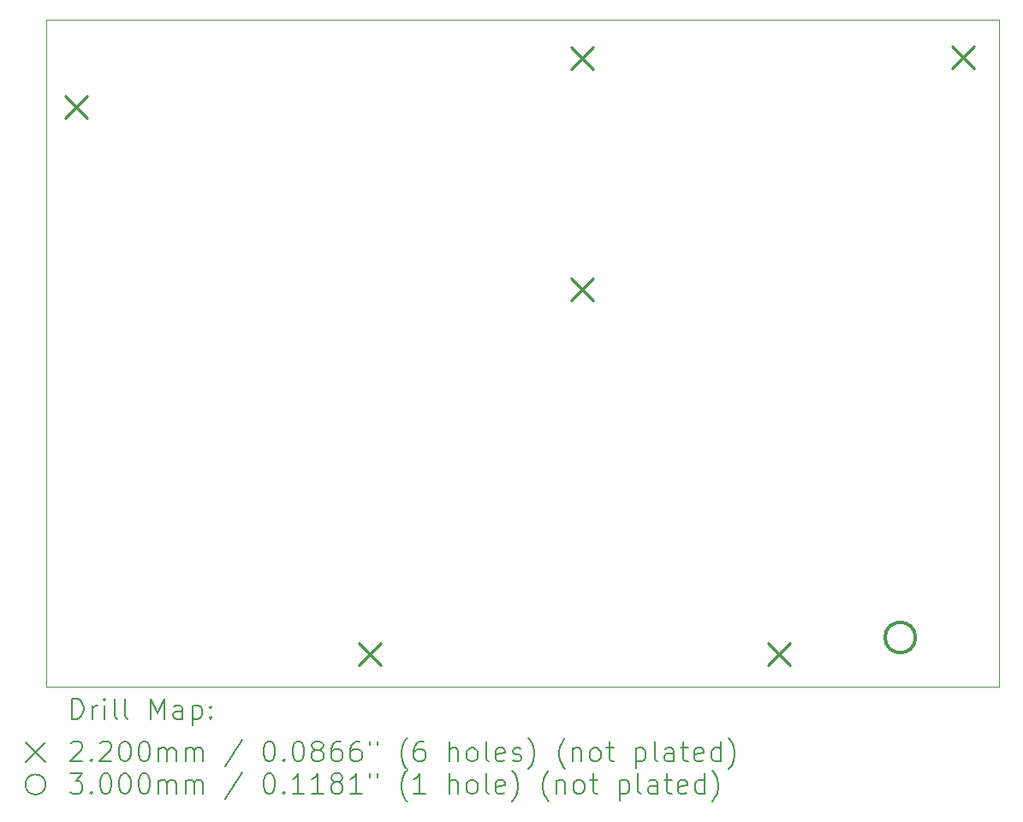
<source format=gbr>
%TF.GenerationSoftware,KiCad,Pcbnew,9.0.3*%
%TF.CreationDate,2025-08-01T16:51:28-05:00*%
%TF.ProjectId,Lab_Sensor_V2,4c61625f-5365-46e7-936f-725f56322e6b,rev?*%
%TF.SameCoordinates,Original*%
%TF.FileFunction,Drillmap*%
%TF.FilePolarity,Positive*%
%FSLAX45Y45*%
G04 Gerber Fmt 4.5, Leading zero omitted, Abs format (unit mm)*
G04 Created by KiCad (PCBNEW 9.0.3) date 2025-08-01 16:51:28*
%MOMM*%
%LPD*%
G01*
G04 APERTURE LIST*
%ADD10C,0.050000*%
%ADD11C,0.200000*%
%ADD12C,0.220000*%
%ADD13C,0.300000*%
G04 APERTURE END LIST*
D10*
X7500000Y-4650000D02*
X16925000Y-4650000D01*
X16925000Y-11250000D01*
X7500000Y-11250000D01*
X7500000Y-4650000D01*
D11*
D12*
X7690000Y-5403600D02*
X7910000Y-5623600D01*
X7910000Y-5403600D02*
X7690000Y-5623600D01*
X10590000Y-10815000D02*
X10810000Y-11035000D01*
X10810000Y-10815000D02*
X10590000Y-11035000D01*
X12693800Y-4921000D02*
X12913800Y-5141000D01*
X12913800Y-4921000D02*
X12693800Y-5141000D01*
X12693800Y-7207000D02*
X12913800Y-7427000D01*
X12913800Y-7207000D02*
X12693800Y-7427000D01*
X14640000Y-10815000D02*
X14860000Y-11035000D01*
X14860000Y-10815000D02*
X14640000Y-11035000D01*
X16465000Y-4915000D02*
X16685000Y-5135000D01*
X16685000Y-4915000D02*
X16465000Y-5135000D01*
D13*
X16100000Y-10759250D02*
G75*
G02*
X15800000Y-10759250I-150000J0D01*
G01*
X15800000Y-10759250D02*
G75*
G02*
X16100000Y-10759250I150000J0D01*
G01*
D11*
X7758277Y-11563984D02*
X7758277Y-11363984D01*
X7758277Y-11363984D02*
X7805896Y-11363984D01*
X7805896Y-11363984D02*
X7834467Y-11373508D01*
X7834467Y-11373508D02*
X7853515Y-11392555D01*
X7853515Y-11392555D02*
X7863039Y-11411603D01*
X7863039Y-11411603D02*
X7872562Y-11449698D01*
X7872562Y-11449698D02*
X7872562Y-11478269D01*
X7872562Y-11478269D02*
X7863039Y-11516365D01*
X7863039Y-11516365D02*
X7853515Y-11535412D01*
X7853515Y-11535412D02*
X7834467Y-11554460D01*
X7834467Y-11554460D02*
X7805896Y-11563984D01*
X7805896Y-11563984D02*
X7758277Y-11563984D01*
X7958277Y-11563984D02*
X7958277Y-11430650D01*
X7958277Y-11468746D02*
X7967801Y-11449698D01*
X7967801Y-11449698D02*
X7977324Y-11440174D01*
X7977324Y-11440174D02*
X7996372Y-11430650D01*
X7996372Y-11430650D02*
X8015420Y-11430650D01*
X8082086Y-11563984D02*
X8082086Y-11430650D01*
X8082086Y-11363984D02*
X8072562Y-11373508D01*
X8072562Y-11373508D02*
X8082086Y-11383031D01*
X8082086Y-11383031D02*
X8091610Y-11373508D01*
X8091610Y-11373508D02*
X8082086Y-11363984D01*
X8082086Y-11363984D02*
X8082086Y-11383031D01*
X8205896Y-11563984D02*
X8186848Y-11554460D01*
X8186848Y-11554460D02*
X8177324Y-11535412D01*
X8177324Y-11535412D02*
X8177324Y-11363984D01*
X8310658Y-11563984D02*
X8291610Y-11554460D01*
X8291610Y-11554460D02*
X8282086Y-11535412D01*
X8282086Y-11535412D02*
X8282086Y-11363984D01*
X8539229Y-11563984D02*
X8539229Y-11363984D01*
X8539229Y-11363984D02*
X8605896Y-11506841D01*
X8605896Y-11506841D02*
X8672563Y-11363984D01*
X8672563Y-11363984D02*
X8672563Y-11563984D01*
X8853515Y-11563984D02*
X8853515Y-11459222D01*
X8853515Y-11459222D02*
X8843991Y-11440174D01*
X8843991Y-11440174D02*
X8824944Y-11430650D01*
X8824944Y-11430650D02*
X8786848Y-11430650D01*
X8786848Y-11430650D02*
X8767801Y-11440174D01*
X8853515Y-11554460D02*
X8834467Y-11563984D01*
X8834467Y-11563984D02*
X8786848Y-11563984D01*
X8786848Y-11563984D02*
X8767801Y-11554460D01*
X8767801Y-11554460D02*
X8758277Y-11535412D01*
X8758277Y-11535412D02*
X8758277Y-11516365D01*
X8758277Y-11516365D02*
X8767801Y-11497317D01*
X8767801Y-11497317D02*
X8786848Y-11487793D01*
X8786848Y-11487793D02*
X8834467Y-11487793D01*
X8834467Y-11487793D02*
X8853515Y-11478269D01*
X8948753Y-11430650D02*
X8948753Y-11630650D01*
X8948753Y-11440174D02*
X8967801Y-11430650D01*
X8967801Y-11430650D02*
X9005896Y-11430650D01*
X9005896Y-11430650D02*
X9024944Y-11440174D01*
X9024944Y-11440174D02*
X9034467Y-11449698D01*
X9034467Y-11449698D02*
X9043991Y-11468746D01*
X9043991Y-11468746D02*
X9043991Y-11525888D01*
X9043991Y-11525888D02*
X9034467Y-11544936D01*
X9034467Y-11544936D02*
X9024944Y-11554460D01*
X9024944Y-11554460D02*
X9005896Y-11563984D01*
X9005896Y-11563984D02*
X8967801Y-11563984D01*
X8967801Y-11563984D02*
X8948753Y-11554460D01*
X9129705Y-11544936D02*
X9139229Y-11554460D01*
X9139229Y-11554460D02*
X9129705Y-11563984D01*
X9129705Y-11563984D02*
X9120182Y-11554460D01*
X9120182Y-11554460D02*
X9129705Y-11544936D01*
X9129705Y-11544936D02*
X9129705Y-11563984D01*
X9129705Y-11440174D02*
X9139229Y-11449698D01*
X9139229Y-11449698D02*
X9129705Y-11459222D01*
X9129705Y-11459222D02*
X9120182Y-11449698D01*
X9120182Y-11449698D02*
X9129705Y-11440174D01*
X9129705Y-11440174D02*
X9129705Y-11459222D01*
X7297500Y-11792500D02*
X7497500Y-11992500D01*
X7497500Y-11792500D02*
X7297500Y-11992500D01*
X7748753Y-11803031D02*
X7758277Y-11793508D01*
X7758277Y-11793508D02*
X7777324Y-11783984D01*
X7777324Y-11783984D02*
X7824943Y-11783984D01*
X7824943Y-11783984D02*
X7843991Y-11793508D01*
X7843991Y-11793508D02*
X7853515Y-11803031D01*
X7853515Y-11803031D02*
X7863039Y-11822079D01*
X7863039Y-11822079D02*
X7863039Y-11841127D01*
X7863039Y-11841127D02*
X7853515Y-11869698D01*
X7853515Y-11869698D02*
X7739229Y-11983984D01*
X7739229Y-11983984D02*
X7863039Y-11983984D01*
X7948753Y-11964936D02*
X7958277Y-11974460D01*
X7958277Y-11974460D02*
X7948753Y-11983984D01*
X7948753Y-11983984D02*
X7939229Y-11974460D01*
X7939229Y-11974460D02*
X7948753Y-11964936D01*
X7948753Y-11964936D02*
X7948753Y-11983984D01*
X8034467Y-11803031D02*
X8043991Y-11793508D01*
X8043991Y-11793508D02*
X8063039Y-11783984D01*
X8063039Y-11783984D02*
X8110658Y-11783984D01*
X8110658Y-11783984D02*
X8129705Y-11793508D01*
X8129705Y-11793508D02*
X8139229Y-11803031D01*
X8139229Y-11803031D02*
X8148753Y-11822079D01*
X8148753Y-11822079D02*
X8148753Y-11841127D01*
X8148753Y-11841127D02*
X8139229Y-11869698D01*
X8139229Y-11869698D02*
X8024943Y-11983984D01*
X8024943Y-11983984D02*
X8148753Y-11983984D01*
X8272562Y-11783984D02*
X8291610Y-11783984D01*
X8291610Y-11783984D02*
X8310658Y-11793508D01*
X8310658Y-11793508D02*
X8320182Y-11803031D01*
X8320182Y-11803031D02*
X8329705Y-11822079D01*
X8329705Y-11822079D02*
X8339229Y-11860174D01*
X8339229Y-11860174D02*
X8339229Y-11907793D01*
X8339229Y-11907793D02*
X8329705Y-11945888D01*
X8329705Y-11945888D02*
X8320182Y-11964936D01*
X8320182Y-11964936D02*
X8310658Y-11974460D01*
X8310658Y-11974460D02*
X8291610Y-11983984D01*
X8291610Y-11983984D02*
X8272562Y-11983984D01*
X8272562Y-11983984D02*
X8253515Y-11974460D01*
X8253515Y-11974460D02*
X8243991Y-11964936D01*
X8243991Y-11964936D02*
X8234467Y-11945888D01*
X8234467Y-11945888D02*
X8224943Y-11907793D01*
X8224943Y-11907793D02*
X8224943Y-11860174D01*
X8224943Y-11860174D02*
X8234467Y-11822079D01*
X8234467Y-11822079D02*
X8243991Y-11803031D01*
X8243991Y-11803031D02*
X8253515Y-11793508D01*
X8253515Y-11793508D02*
X8272562Y-11783984D01*
X8463039Y-11783984D02*
X8482086Y-11783984D01*
X8482086Y-11783984D02*
X8501134Y-11793508D01*
X8501134Y-11793508D02*
X8510658Y-11803031D01*
X8510658Y-11803031D02*
X8520182Y-11822079D01*
X8520182Y-11822079D02*
X8529705Y-11860174D01*
X8529705Y-11860174D02*
X8529705Y-11907793D01*
X8529705Y-11907793D02*
X8520182Y-11945888D01*
X8520182Y-11945888D02*
X8510658Y-11964936D01*
X8510658Y-11964936D02*
X8501134Y-11974460D01*
X8501134Y-11974460D02*
X8482086Y-11983984D01*
X8482086Y-11983984D02*
X8463039Y-11983984D01*
X8463039Y-11983984D02*
X8443991Y-11974460D01*
X8443991Y-11974460D02*
X8434467Y-11964936D01*
X8434467Y-11964936D02*
X8424944Y-11945888D01*
X8424944Y-11945888D02*
X8415420Y-11907793D01*
X8415420Y-11907793D02*
X8415420Y-11860174D01*
X8415420Y-11860174D02*
X8424944Y-11822079D01*
X8424944Y-11822079D02*
X8434467Y-11803031D01*
X8434467Y-11803031D02*
X8443991Y-11793508D01*
X8443991Y-11793508D02*
X8463039Y-11783984D01*
X8615420Y-11983984D02*
X8615420Y-11850650D01*
X8615420Y-11869698D02*
X8624944Y-11860174D01*
X8624944Y-11860174D02*
X8643991Y-11850650D01*
X8643991Y-11850650D02*
X8672563Y-11850650D01*
X8672563Y-11850650D02*
X8691610Y-11860174D01*
X8691610Y-11860174D02*
X8701134Y-11879222D01*
X8701134Y-11879222D02*
X8701134Y-11983984D01*
X8701134Y-11879222D02*
X8710658Y-11860174D01*
X8710658Y-11860174D02*
X8729705Y-11850650D01*
X8729705Y-11850650D02*
X8758277Y-11850650D01*
X8758277Y-11850650D02*
X8777325Y-11860174D01*
X8777325Y-11860174D02*
X8786848Y-11879222D01*
X8786848Y-11879222D02*
X8786848Y-11983984D01*
X8882086Y-11983984D02*
X8882086Y-11850650D01*
X8882086Y-11869698D02*
X8891610Y-11860174D01*
X8891610Y-11860174D02*
X8910658Y-11850650D01*
X8910658Y-11850650D02*
X8939229Y-11850650D01*
X8939229Y-11850650D02*
X8958277Y-11860174D01*
X8958277Y-11860174D02*
X8967801Y-11879222D01*
X8967801Y-11879222D02*
X8967801Y-11983984D01*
X8967801Y-11879222D02*
X8977325Y-11860174D01*
X8977325Y-11860174D02*
X8996372Y-11850650D01*
X8996372Y-11850650D02*
X9024944Y-11850650D01*
X9024944Y-11850650D02*
X9043991Y-11860174D01*
X9043991Y-11860174D02*
X9053515Y-11879222D01*
X9053515Y-11879222D02*
X9053515Y-11983984D01*
X9443991Y-11774460D02*
X9272563Y-12031603D01*
X9701134Y-11783984D02*
X9720182Y-11783984D01*
X9720182Y-11783984D02*
X9739229Y-11793508D01*
X9739229Y-11793508D02*
X9748753Y-11803031D01*
X9748753Y-11803031D02*
X9758277Y-11822079D01*
X9758277Y-11822079D02*
X9767801Y-11860174D01*
X9767801Y-11860174D02*
X9767801Y-11907793D01*
X9767801Y-11907793D02*
X9758277Y-11945888D01*
X9758277Y-11945888D02*
X9748753Y-11964936D01*
X9748753Y-11964936D02*
X9739229Y-11974460D01*
X9739229Y-11974460D02*
X9720182Y-11983984D01*
X9720182Y-11983984D02*
X9701134Y-11983984D01*
X9701134Y-11983984D02*
X9682087Y-11974460D01*
X9682087Y-11974460D02*
X9672563Y-11964936D01*
X9672563Y-11964936D02*
X9663039Y-11945888D01*
X9663039Y-11945888D02*
X9653515Y-11907793D01*
X9653515Y-11907793D02*
X9653515Y-11860174D01*
X9653515Y-11860174D02*
X9663039Y-11822079D01*
X9663039Y-11822079D02*
X9672563Y-11803031D01*
X9672563Y-11803031D02*
X9682087Y-11793508D01*
X9682087Y-11793508D02*
X9701134Y-11783984D01*
X9853515Y-11964936D02*
X9863039Y-11974460D01*
X9863039Y-11974460D02*
X9853515Y-11983984D01*
X9853515Y-11983984D02*
X9843991Y-11974460D01*
X9843991Y-11974460D02*
X9853515Y-11964936D01*
X9853515Y-11964936D02*
X9853515Y-11983984D01*
X9986848Y-11783984D02*
X10005896Y-11783984D01*
X10005896Y-11783984D02*
X10024944Y-11793508D01*
X10024944Y-11793508D02*
X10034468Y-11803031D01*
X10034468Y-11803031D02*
X10043991Y-11822079D01*
X10043991Y-11822079D02*
X10053515Y-11860174D01*
X10053515Y-11860174D02*
X10053515Y-11907793D01*
X10053515Y-11907793D02*
X10043991Y-11945888D01*
X10043991Y-11945888D02*
X10034468Y-11964936D01*
X10034468Y-11964936D02*
X10024944Y-11974460D01*
X10024944Y-11974460D02*
X10005896Y-11983984D01*
X10005896Y-11983984D02*
X9986848Y-11983984D01*
X9986848Y-11983984D02*
X9967801Y-11974460D01*
X9967801Y-11974460D02*
X9958277Y-11964936D01*
X9958277Y-11964936D02*
X9948753Y-11945888D01*
X9948753Y-11945888D02*
X9939229Y-11907793D01*
X9939229Y-11907793D02*
X9939229Y-11860174D01*
X9939229Y-11860174D02*
X9948753Y-11822079D01*
X9948753Y-11822079D02*
X9958277Y-11803031D01*
X9958277Y-11803031D02*
X9967801Y-11793508D01*
X9967801Y-11793508D02*
X9986848Y-11783984D01*
X10167801Y-11869698D02*
X10148753Y-11860174D01*
X10148753Y-11860174D02*
X10139229Y-11850650D01*
X10139229Y-11850650D02*
X10129706Y-11831603D01*
X10129706Y-11831603D02*
X10129706Y-11822079D01*
X10129706Y-11822079D02*
X10139229Y-11803031D01*
X10139229Y-11803031D02*
X10148753Y-11793508D01*
X10148753Y-11793508D02*
X10167801Y-11783984D01*
X10167801Y-11783984D02*
X10205896Y-11783984D01*
X10205896Y-11783984D02*
X10224944Y-11793508D01*
X10224944Y-11793508D02*
X10234468Y-11803031D01*
X10234468Y-11803031D02*
X10243991Y-11822079D01*
X10243991Y-11822079D02*
X10243991Y-11831603D01*
X10243991Y-11831603D02*
X10234468Y-11850650D01*
X10234468Y-11850650D02*
X10224944Y-11860174D01*
X10224944Y-11860174D02*
X10205896Y-11869698D01*
X10205896Y-11869698D02*
X10167801Y-11869698D01*
X10167801Y-11869698D02*
X10148753Y-11879222D01*
X10148753Y-11879222D02*
X10139229Y-11888746D01*
X10139229Y-11888746D02*
X10129706Y-11907793D01*
X10129706Y-11907793D02*
X10129706Y-11945888D01*
X10129706Y-11945888D02*
X10139229Y-11964936D01*
X10139229Y-11964936D02*
X10148753Y-11974460D01*
X10148753Y-11974460D02*
X10167801Y-11983984D01*
X10167801Y-11983984D02*
X10205896Y-11983984D01*
X10205896Y-11983984D02*
X10224944Y-11974460D01*
X10224944Y-11974460D02*
X10234468Y-11964936D01*
X10234468Y-11964936D02*
X10243991Y-11945888D01*
X10243991Y-11945888D02*
X10243991Y-11907793D01*
X10243991Y-11907793D02*
X10234468Y-11888746D01*
X10234468Y-11888746D02*
X10224944Y-11879222D01*
X10224944Y-11879222D02*
X10205896Y-11869698D01*
X10415420Y-11783984D02*
X10377325Y-11783984D01*
X10377325Y-11783984D02*
X10358277Y-11793508D01*
X10358277Y-11793508D02*
X10348753Y-11803031D01*
X10348753Y-11803031D02*
X10329706Y-11831603D01*
X10329706Y-11831603D02*
X10320182Y-11869698D01*
X10320182Y-11869698D02*
X10320182Y-11945888D01*
X10320182Y-11945888D02*
X10329706Y-11964936D01*
X10329706Y-11964936D02*
X10339229Y-11974460D01*
X10339229Y-11974460D02*
X10358277Y-11983984D01*
X10358277Y-11983984D02*
X10396372Y-11983984D01*
X10396372Y-11983984D02*
X10415420Y-11974460D01*
X10415420Y-11974460D02*
X10424944Y-11964936D01*
X10424944Y-11964936D02*
X10434468Y-11945888D01*
X10434468Y-11945888D02*
X10434468Y-11898269D01*
X10434468Y-11898269D02*
X10424944Y-11879222D01*
X10424944Y-11879222D02*
X10415420Y-11869698D01*
X10415420Y-11869698D02*
X10396372Y-11860174D01*
X10396372Y-11860174D02*
X10358277Y-11860174D01*
X10358277Y-11860174D02*
X10339229Y-11869698D01*
X10339229Y-11869698D02*
X10329706Y-11879222D01*
X10329706Y-11879222D02*
X10320182Y-11898269D01*
X10605896Y-11783984D02*
X10567801Y-11783984D01*
X10567801Y-11783984D02*
X10548753Y-11793508D01*
X10548753Y-11793508D02*
X10539229Y-11803031D01*
X10539229Y-11803031D02*
X10520182Y-11831603D01*
X10520182Y-11831603D02*
X10510658Y-11869698D01*
X10510658Y-11869698D02*
X10510658Y-11945888D01*
X10510658Y-11945888D02*
X10520182Y-11964936D01*
X10520182Y-11964936D02*
X10529706Y-11974460D01*
X10529706Y-11974460D02*
X10548753Y-11983984D01*
X10548753Y-11983984D02*
X10586849Y-11983984D01*
X10586849Y-11983984D02*
X10605896Y-11974460D01*
X10605896Y-11974460D02*
X10615420Y-11964936D01*
X10615420Y-11964936D02*
X10624944Y-11945888D01*
X10624944Y-11945888D02*
X10624944Y-11898269D01*
X10624944Y-11898269D02*
X10615420Y-11879222D01*
X10615420Y-11879222D02*
X10605896Y-11869698D01*
X10605896Y-11869698D02*
X10586849Y-11860174D01*
X10586849Y-11860174D02*
X10548753Y-11860174D01*
X10548753Y-11860174D02*
X10529706Y-11869698D01*
X10529706Y-11869698D02*
X10520182Y-11879222D01*
X10520182Y-11879222D02*
X10510658Y-11898269D01*
X10701134Y-11783984D02*
X10701134Y-11822079D01*
X10777325Y-11783984D02*
X10777325Y-11822079D01*
X11072563Y-12060174D02*
X11063039Y-12050650D01*
X11063039Y-12050650D02*
X11043991Y-12022079D01*
X11043991Y-12022079D02*
X11034468Y-12003031D01*
X11034468Y-12003031D02*
X11024944Y-11974460D01*
X11024944Y-11974460D02*
X11015420Y-11926841D01*
X11015420Y-11926841D02*
X11015420Y-11888746D01*
X11015420Y-11888746D02*
X11024944Y-11841127D01*
X11024944Y-11841127D02*
X11034468Y-11812555D01*
X11034468Y-11812555D02*
X11043991Y-11793508D01*
X11043991Y-11793508D02*
X11063039Y-11764936D01*
X11063039Y-11764936D02*
X11072563Y-11755412D01*
X11234468Y-11783984D02*
X11196372Y-11783984D01*
X11196372Y-11783984D02*
X11177325Y-11793508D01*
X11177325Y-11793508D02*
X11167801Y-11803031D01*
X11167801Y-11803031D02*
X11148753Y-11831603D01*
X11148753Y-11831603D02*
X11139230Y-11869698D01*
X11139230Y-11869698D02*
X11139230Y-11945888D01*
X11139230Y-11945888D02*
X11148753Y-11964936D01*
X11148753Y-11964936D02*
X11158277Y-11974460D01*
X11158277Y-11974460D02*
X11177325Y-11983984D01*
X11177325Y-11983984D02*
X11215420Y-11983984D01*
X11215420Y-11983984D02*
X11234468Y-11974460D01*
X11234468Y-11974460D02*
X11243991Y-11964936D01*
X11243991Y-11964936D02*
X11253515Y-11945888D01*
X11253515Y-11945888D02*
X11253515Y-11898269D01*
X11253515Y-11898269D02*
X11243991Y-11879222D01*
X11243991Y-11879222D02*
X11234468Y-11869698D01*
X11234468Y-11869698D02*
X11215420Y-11860174D01*
X11215420Y-11860174D02*
X11177325Y-11860174D01*
X11177325Y-11860174D02*
X11158277Y-11869698D01*
X11158277Y-11869698D02*
X11148753Y-11879222D01*
X11148753Y-11879222D02*
X11139230Y-11898269D01*
X11491610Y-11983984D02*
X11491610Y-11783984D01*
X11577325Y-11983984D02*
X11577325Y-11879222D01*
X11577325Y-11879222D02*
X11567801Y-11860174D01*
X11567801Y-11860174D02*
X11548753Y-11850650D01*
X11548753Y-11850650D02*
X11520182Y-11850650D01*
X11520182Y-11850650D02*
X11501134Y-11860174D01*
X11501134Y-11860174D02*
X11491610Y-11869698D01*
X11701134Y-11983984D02*
X11682087Y-11974460D01*
X11682087Y-11974460D02*
X11672563Y-11964936D01*
X11672563Y-11964936D02*
X11663039Y-11945888D01*
X11663039Y-11945888D02*
X11663039Y-11888746D01*
X11663039Y-11888746D02*
X11672563Y-11869698D01*
X11672563Y-11869698D02*
X11682087Y-11860174D01*
X11682087Y-11860174D02*
X11701134Y-11850650D01*
X11701134Y-11850650D02*
X11729706Y-11850650D01*
X11729706Y-11850650D02*
X11748753Y-11860174D01*
X11748753Y-11860174D02*
X11758277Y-11869698D01*
X11758277Y-11869698D02*
X11767801Y-11888746D01*
X11767801Y-11888746D02*
X11767801Y-11945888D01*
X11767801Y-11945888D02*
X11758277Y-11964936D01*
X11758277Y-11964936D02*
X11748753Y-11974460D01*
X11748753Y-11974460D02*
X11729706Y-11983984D01*
X11729706Y-11983984D02*
X11701134Y-11983984D01*
X11882087Y-11983984D02*
X11863039Y-11974460D01*
X11863039Y-11974460D02*
X11853515Y-11955412D01*
X11853515Y-11955412D02*
X11853515Y-11783984D01*
X12034468Y-11974460D02*
X12015420Y-11983984D01*
X12015420Y-11983984D02*
X11977325Y-11983984D01*
X11977325Y-11983984D02*
X11958277Y-11974460D01*
X11958277Y-11974460D02*
X11948753Y-11955412D01*
X11948753Y-11955412D02*
X11948753Y-11879222D01*
X11948753Y-11879222D02*
X11958277Y-11860174D01*
X11958277Y-11860174D02*
X11977325Y-11850650D01*
X11977325Y-11850650D02*
X12015420Y-11850650D01*
X12015420Y-11850650D02*
X12034468Y-11860174D01*
X12034468Y-11860174D02*
X12043991Y-11879222D01*
X12043991Y-11879222D02*
X12043991Y-11898269D01*
X12043991Y-11898269D02*
X11948753Y-11917317D01*
X12120182Y-11974460D02*
X12139230Y-11983984D01*
X12139230Y-11983984D02*
X12177325Y-11983984D01*
X12177325Y-11983984D02*
X12196372Y-11974460D01*
X12196372Y-11974460D02*
X12205896Y-11955412D01*
X12205896Y-11955412D02*
X12205896Y-11945888D01*
X12205896Y-11945888D02*
X12196372Y-11926841D01*
X12196372Y-11926841D02*
X12177325Y-11917317D01*
X12177325Y-11917317D02*
X12148753Y-11917317D01*
X12148753Y-11917317D02*
X12129706Y-11907793D01*
X12129706Y-11907793D02*
X12120182Y-11888746D01*
X12120182Y-11888746D02*
X12120182Y-11879222D01*
X12120182Y-11879222D02*
X12129706Y-11860174D01*
X12129706Y-11860174D02*
X12148753Y-11850650D01*
X12148753Y-11850650D02*
X12177325Y-11850650D01*
X12177325Y-11850650D02*
X12196372Y-11860174D01*
X12272563Y-12060174D02*
X12282087Y-12050650D01*
X12282087Y-12050650D02*
X12301134Y-12022079D01*
X12301134Y-12022079D02*
X12310658Y-12003031D01*
X12310658Y-12003031D02*
X12320182Y-11974460D01*
X12320182Y-11974460D02*
X12329706Y-11926841D01*
X12329706Y-11926841D02*
X12329706Y-11888746D01*
X12329706Y-11888746D02*
X12320182Y-11841127D01*
X12320182Y-11841127D02*
X12310658Y-11812555D01*
X12310658Y-11812555D02*
X12301134Y-11793508D01*
X12301134Y-11793508D02*
X12282087Y-11764936D01*
X12282087Y-11764936D02*
X12272563Y-11755412D01*
X12634468Y-12060174D02*
X12624944Y-12050650D01*
X12624944Y-12050650D02*
X12605896Y-12022079D01*
X12605896Y-12022079D02*
X12596372Y-12003031D01*
X12596372Y-12003031D02*
X12586849Y-11974460D01*
X12586849Y-11974460D02*
X12577325Y-11926841D01*
X12577325Y-11926841D02*
X12577325Y-11888746D01*
X12577325Y-11888746D02*
X12586849Y-11841127D01*
X12586849Y-11841127D02*
X12596372Y-11812555D01*
X12596372Y-11812555D02*
X12605896Y-11793508D01*
X12605896Y-11793508D02*
X12624944Y-11764936D01*
X12624944Y-11764936D02*
X12634468Y-11755412D01*
X12710658Y-11850650D02*
X12710658Y-11983984D01*
X12710658Y-11869698D02*
X12720182Y-11860174D01*
X12720182Y-11860174D02*
X12739230Y-11850650D01*
X12739230Y-11850650D02*
X12767801Y-11850650D01*
X12767801Y-11850650D02*
X12786849Y-11860174D01*
X12786849Y-11860174D02*
X12796372Y-11879222D01*
X12796372Y-11879222D02*
X12796372Y-11983984D01*
X12920182Y-11983984D02*
X12901134Y-11974460D01*
X12901134Y-11974460D02*
X12891611Y-11964936D01*
X12891611Y-11964936D02*
X12882087Y-11945888D01*
X12882087Y-11945888D02*
X12882087Y-11888746D01*
X12882087Y-11888746D02*
X12891611Y-11869698D01*
X12891611Y-11869698D02*
X12901134Y-11860174D01*
X12901134Y-11860174D02*
X12920182Y-11850650D01*
X12920182Y-11850650D02*
X12948753Y-11850650D01*
X12948753Y-11850650D02*
X12967801Y-11860174D01*
X12967801Y-11860174D02*
X12977325Y-11869698D01*
X12977325Y-11869698D02*
X12986849Y-11888746D01*
X12986849Y-11888746D02*
X12986849Y-11945888D01*
X12986849Y-11945888D02*
X12977325Y-11964936D01*
X12977325Y-11964936D02*
X12967801Y-11974460D01*
X12967801Y-11974460D02*
X12948753Y-11983984D01*
X12948753Y-11983984D02*
X12920182Y-11983984D01*
X13043992Y-11850650D02*
X13120182Y-11850650D01*
X13072563Y-11783984D02*
X13072563Y-11955412D01*
X13072563Y-11955412D02*
X13082087Y-11974460D01*
X13082087Y-11974460D02*
X13101134Y-11983984D01*
X13101134Y-11983984D02*
X13120182Y-11983984D01*
X13339230Y-11850650D02*
X13339230Y-12050650D01*
X13339230Y-11860174D02*
X13358277Y-11850650D01*
X13358277Y-11850650D02*
X13396373Y-11850650D01*
X13396373Y-11850650D02*
X13415420Y-11860174D01*
X13415420Y-11860174D02*
X13424944Y-11869698D01*
X13424944Y-11869698D02*
X13434468Y-11888746D01*
X13434468Y-11888746D02*
X13434468Y-11945888D01*
X13434468Y-11945888D02*
X13424944Y-11964936D01*
X13424944Y-11964936D02*
X13415420Y-11974460D01*
X13415420Y-11974460D02*
X13396373Y-11983984D01*
X13396373Y-11983984D02*
X13358277Y-11983984D01*
X13358277Y-11983984D02*
X13339230Y-11974460D01*
X13548753Y-11983984D02*
X13529706Y-11974460D01*
X13529706Y-11974460D02*
X13520182Y-11955412D01*
X13520182Y-11955412D02*
X13520182Y-11783984D01*
X13710658Y-11983984D02*
X13710658Y-11879222D01*
X13710658Y-11879222D02*
X13701134Y-11860174D01*
X13701134Y-11860174D02*
X13682087Y-11850650D01*
X13682087Y-11850650D02*
X13643992Y-11850650D01*
X13643992Y-11850650D02*
X13624944Y-11860174D01*
X13710658Y-11974460D02*
X13691611Y-11983984D01*
X13691611Y-11983984D02*
X13643992Y-11983984D01*
X13643992Y-11983984D02*
X13624944Y-11974460D01*
X13624944Y-11974460D02*
X13615420Y-11955412D01*
X13615420Y-11955412D02*
X13615420Y-11936365D01*
X13615420Y-11936365D02*
X13624944Y-11917317D01*
X13624944Y-11917317D02*
X13643992Y-11907793D01*
X13643992Y-11907793D02*
X13691611Y-11907793D01*
X13691611Y-11907793D02*
X13710658Y-11898269D01*
X13777325Y-11850650D02*
X13853515Y-11850650D01*
X13805896Y-11783984D02*
X13805896Y-11955412D01*
X13805896Y-11955412D02*
X13815420Y-11974460D01*
X13815420Y-11974460D02*
X13834468Y-11983984D01*
X13834468Y-11983984D02*
X13853515Y-11983984D01*
X13996373Y-11974460D02*
X13977325Y-11983984D01*
X13977325Y-11983984D02*
X13939230Y-11983984D01*
X13939230Y-11983984D02*
X13920182Y-11974460D01*
X13920182Y-11974460D02*
X13910658Y-11955412D01*
X13910658Y-11955412D02*
X13910658Y-11879222D01*
X13910658Y-11879222D02*
X13920182Y-11860174D01*
X13920182Y-11860174D02*
X13939230Y-11850650D01*
X13939230Y-11850650D02*
X13977325Y-11850650D01*
X13977325Y-11850650D02*
X13996373Y-11860174D01*
X13996373Y-11860174D02*
X14005896Y-11879222D01*
X14005896Y-11879222D02*
X14005896Y-11898269D01*
X14005896Y-11898269D02*
X13910658Y-11917317D01*
X14177325Y-11983984D02*
X14177325Y-11783984D01*
X14177325Y-11974460D02*
X14158277Y-11983984D01*
X14158277Y-11983984D02*
X14120182Y-11983984D01*
X14120182Y-11983984D02*
X14101134Y-11974460D01*
X14101134Y-11974460D02*
X14091611Y-11964936D01*
X14091611Y-11964936D02*
X14082087Y-11945888D01*
X14082087Y-11945888D02*
X14082087Y-11888746D01*
X14082087Y-11888746D02*
X14091611Y-11869698D01*
X14091611Y-11869698D02*
X14101134Y-11860174D01*
X14101134Y-11860174D02*
X14120182Y-11850650D01*
X14120182Y-11850650D02*
X14158277Y-11850650D01*
X14158277Y-11850650D02*
X14177325Y-11860174D01*
X14253515Y-12060174D02*
X14263039Y-12050650D01*
X14263039Y-12050650D02*
X14282087Y-12022079D01*
X14282087Y-12022079D02*
X14291611Y-12003031D01*
X14291611Y-12003031D02*
X14301134Y-11974460D01*
X14301134Y-11974460D02*
X14310658Y-11926841D01*
X14310658Y-11926841D02*
X14310658Y-11888746D01*
X14310658Y-11888746D02*
X14301134Y-11841127D01*
X14301134Y-11841127D02*
X14291611Y-11812555D01*
X14291611Y-11812555D02*
X14282087Y-11793508D01*
X14282087Y-11793508D02*
X14263039Y-11764936D01*
X14263039Y-11764936D02*
X14253515Y-11755412D01*
X7497500Y-12212500D02*
G75*
G02*
X7297500Y-12212500I-100000J0D01*
G01*
X7297500Y-12212500D02*
G75*
G02*
X7497500Y-12212500I100000J0D01*
G01*
X7739229Y-12103984D02*
X7863039Y-12103984D01*
X7863039Y-12103984D02*
X7796372Y-12180174D01*
X7796372Y-12180174D02*
X7824943Y-12180174D01*
X7824943Y-12180174D02*
X7843991Y-12189698D01*
X7843991Y-12189698D02*
X7853515Y-12199222D01*
X7853515Y-12199222D02*
X7863039Y-12218269D01*
X7863039Y-12218269D02*
X7863039Y-12265888D01*
X7863039Y-12265888D02*
X7853515Y-12284936D01*
X7853515Y-12284936D02*
X7843991Y-12294460D01*
X7843991Y-12294460D02*
X7824943Y-12303984D01*
X7824943Y-12303984D02*
X7767801Y-12303984D01*
X7767801Y-12303984D02*
X7748753Y-12294460D01*
X7748753Y-12294460D02*
X7739229Y-12284936D01*
X7948753Y-12284936D02*
X7958277Y-12294460D01*
X7958277Y-12294460D02*
X7948753Y-12303984D01*
X7948753Y-12303984D02*
X7939229Y-12294460D01*
X7939229Y-12294460D02*
X7948753Y-12284936D01*
X7948753Y-12284936D02*
X7948753Y-12303984D01*
X8082086Y-12103984D02*
X8101134Y-12103984D01*
X8101134Y-12103984D02*
X8120182Y-12113508D01*
X8120182Y-12113508D02*
X8129705Y-12123031D01*
X8129705Y-12123031D02*
X8139229Y-12142079D01*
X8139229Y-12142079D02*
X8148753Y-12180174D01*
X8148753Y-12180174D02*
X8148753Y-12227793D01*
X8148753Y-12227793D02*
X8139229Y-12265888D01*
X8139229Y-12265888D02*
X8129705Y-12284936D01*
X8129705Y-12284936D02*
X8120182Y-12294460D01*
X8120182Y-12294460D02*
X8101134Y-12303984D01*
X8101134Y-12303984D02*
X8082086Y-12303984D01*
X8082086Y-12303984D02*
X8063039Y-12294460D01*
X8063039Y-12294460D02*
X8053515Y-12284936D01*
X8053515Y-12284936D02*
X8043991Y-12265888D01*
X8043991Y-12265888D02*
X8034467Y-12227793D01*
X8034467Y-12227793D02*
X8034467Y-12180174D01*
X8034467Y-12180174D02*
X8043991Y-12142079D01*
X8043991Y-12142079D02*
X8053515Y-12123031D01*
X8053515Y-12123031D02*
X8063039Y-12113508D01*
X8063039Y-12113508D02*
X8082086Y-12103984D01*
X8272562Y-12103984D02*
X8291610Y-12103984D01*
X8291610Y-12103984D02*
X8310658Y-12113508D01*
X8310658Y-12113508D02*
X8320182Y-12123031D01*
X8320182Y-12123031D02*
X8329705Y-12142079D01*
X8329705Y-12142079D02*
X8339229Y-12180174D01*
X8339229Y-12180174D02*
X8339229Y-12227793D01*
X8339229Y-12227793D02*
X8329705Y-12265888D01*
X8329705Y-12265888D02*
X8320182Y-12284936D01*
X8320182Y-12284936D02*
X8310658Y-12294460D01*
X8310658Y-12294460D02*
X8291610Y-12303984D01*
X8291610Y-12303984D02*
X8272562Y-12303984D01*
X8272562Y-12303984D02*
X8253515Y-12294460D01*
X8253515Y-12294460D02*
X8243991Y-12284936D01*
X8243991Y-12284936D02*
X8234467Y-12265888D01*
X8234467Y-12265888D02*
X8224943Y-12227793D01*
X8224943Y-12227793D02*
X8224943Y-12180174D01*
X8224943Y-12180174D02*
X8234467Y-12142079D01*
X8234467Y-12142079D02*
X8243991Y-12123031D01*
X8243991Y-12123031D02*
X8253515Y-12113508D01*
X8253515Y-12113508D02*
X8272562Y-12103984D01*
X8463039Y-12103984D02*
X8482086Y-12103984D01*
X8482086Y-12103984D02*
X8501134Y-12113508D01*
X8501134Y-12113508D02*
X8510658Y-12123031D01*
X8510658Y-12123031D02*
X8520182Y-12142079D01*
X8520182Y-12142079D02*
X8529705Y-12180174D01*
X8529705Y-12180174D02*
X8529705Y-12227793D01*
X8529705Y-12227793D02*
X8520182Y-12265888D01*
X8520182Y-12265888D02*
X8510658Y-12284936D01*
X8510658Y-12284936D02*
X8501134Y-12294460D01*
X8501134Y-12294460D02*
X8482086Y-12303984D01*
X8482086Y-12303984D02*
X8463039Y-12303984D01*
X8463039Y-12303984D02*
X8443991Y-12294460D01*
X8443991Y-12294460D02*
X8434467Y-12284936D01*
X8434467Y-12284936D02*
X8424944Y-12265888D01*
X8424944Y-12265888D02*
X8415420Y-12227793D01*
X8415420Y-12227793D02*
X8415420Y-12180174D01*
X8415420Y-12180174D02*
X8424944Y-12142079D01*
X8424944Y-12142079D02*
X8434467Y-12123031D01*
X8434467Y-12123031D02*
X8443991Y-12113508D01*
X8443991Y-12113508D02*
X8463039Y-12103984D01*
X8615420Y-12303984D02*
X8615420Y-12170650D01*
X8615420Y-12189698D02*
X8624944Y-12180174D01*
X8624944Y-12180174D02*
X8643991Y-12170650D01*
X8643991Y-12170650D02*
X8672563Y-12170650D01*
X8672563Y-12170650D02*
X8691610Y-12180174D01*
X8691610Y-12180174D02*
X8701134Y-12199222D01*
X8701134Y-12199222D02*
X8701134Y-12303984D01*
X8701134Y-12199222D02*
X8710658Y-12180174D01*
X8710658Y-12180174D02*
X8729705Y-12170650D01*
X8729705Y-12170650D02*
X8758277Y-12170650D01*
X8758277Y-12170650D02*
X8777325Y-12180174D01*
X8777325Y-12180174D02*
X8786848Y-12199222D01*
X8786848Y-12199222D02*
X8786848Y-12303984D01*
X8882086Y-12303984D02*
X8882086Y-12170650D01*
X8882086Y-12189698D02*
X8891610Y-12180174D01*
X8891610Y-12180174D02*
X8910658Y-12170650D01*
X8910658Y-12170650D02*
X8939229Y-12170650D01*
X8939229Y-12170650D02*
X8958277Y-12180174D01*
X8958277Y-12180174D02*
X8967801Y-12199222D01*
X8967801Y-12199222D02*
X8967801Y-12303984D01*
X8967801Y-12199222D02*
X8977325Y-12180174D01*
X8977325Y-12180174D02*
X8996372Y-12170650D01*
X8996372Y-12170650D02*
X9024944Y-12170650D01*
X9024944Y-12170650D02*
X9043991Y-12180174D01*
X9043991Y-12180174D02*
X9053515Y-12199222D01*
X9053515Y-12199222D02*
X9053515Y-12303984D01*
X9443991Y-12094460D02*
X9272563Y-12351603D01*
X9701134Y-12103984D02*
X9720182Y-12103984D01*
X9720182Y-12103984D02*
X9739229Y-12113508D01*
X9739229Y-12113508D02*
X9748753Y-12123031D01*
X9748753Y-12123031D02*
X9758277Y-12142079D01*
X9758277Y-12142079D02*
X9767801Y-12180174D01*
X9767801Y-12180174D02*
X9767801Y-12227793D01*
X9767801Y-12227793D02*
X9758277Y-12265888D01*
X9758277Y-12265888D02*
X9748753Y-12284936D01*
X9748753Y-12284936D02*
X9739229Y-12294460D01*
X9739229Y-12294460D02*
X9720182Y-12303984D01*
X9720182Y-12303984D02*
X9701134Y-12303984D01*
X9701134Y-12303984D02*
X9682087Y-12294460D01*
X9682087Y-12294460D02*
X9672563Y-12284936D01*
X9672563Y-12284936D02*
X9663039Y-12265888D01*
X9663039Y-12265888D02*
X9653515Y-12227793D01*
X9653515Y-12227793D02*
X9653515Y-12180174D01*
X9653515Y-12180174D02*
X9663039Y-12142079D01*
X9663039Y-12142079D02*
X9672563Y-12123031D01*
X9672563Y-12123031D02*
X9682087Y-12113508D01*
X9682087Y-12113508D02*
X9701134Y-12103984D01*
X9853515Y-12284936D02*
X9863039Y-12294460D01*
X9863039Y-12294460D02*
X9853515Y-12303984D01*
X9853515Y-12303984D02*
X9843991Y-12294460D01*
X9843991Y-12294460D02*
X9853515Y-12284936D01*
X9853515Y-12284936D02*
X9853515Y-12303984D01*
X10053515Y-12303984D02*
X9939229Y-12303984D01*
X9996372Y-12303984D02*
X9996372Y-12103984D01*
X9996372Y-12103984D02*
X9977325Y-12132555D01*
X9977325Y-12132555D02*
X9958277Y-12151603D01*
X9958277Y-12151603D02*
X9939229Y-12161127D01*
X10243991Y-12303984D02*
X10129706Y-12303984D01*
X10186848Y-12303984D02*
X10186848Y-12103984D01*
X10186848Y-12103984D02*
X10167801Y-12132555D01*
X10167801Y-12132555D02*
X10148753Y-12151603D01*
X10148753Y-12151603D02*
X10129706Y-12161127D01*
X10358277Y-12189698D02*
X10339229Y-12180174D01*
X10339229Y-12180174D02*
X10329706Y-12170650D01*
X10329706Y-12170650D02*
X10320182Y-12151603D01*
X10320182Y-12151603D02*
X10320182Y-12142079D01*
X10320182Y-12142079D02*
X10329706Y-12123031D01*
X10329706Y-12123031D02*
X10339229Y-12113508D01*
X10339229Y-12113508D02*
X10358277Y-12103984D01*
X10358277Y-12103984D02*
X10396372Y-12103984D01*
X10396372Y-12103984D02*
X10415420Y-12113508D01*
X10415420Y-12113508D02*
X10424944Y-12123031D01*
X10424944Y-12123031D02*
X10434468Y-12142079D01*
X10434468Y-12142079D02*
X10434468Y-12151603D01*
X10434468Y-12151603D02*
X10424944Y-12170650D01*
X10424944Y-12170650D02*
X10415420Y-12180174D01*
X10415420Y-12180174D02*
X10396372Y-12189698D01*
X10396372Y-12189698D02*
X10358277Y-12189698D01*
X10358277Y-12189698D02*
X10339229Y-12199222D01*
X10339229Y-12199222D02*
X10329706Y-12208746D01*
X10329706Y-12208746D02*
X10320182Y-12227793D01*
X10320182Y-12227793D02*
X10320182Y-12265888D01*
X10320182Y-12265888D02*
X10329706Y-12284936D01*
X10329706Y-12284936D02*
X10339229Y-12294460D01*
X10339229Y-12294460D02*
X10358277Y-12303984D01*
X10358277Y-12303984D02*
X10396372Y-12303984D01*
X10396372Y-12303984D02*
X10415420Y-12294460D01*
X10415420Y-12294460D02*
X10424944Y-12284936D01*
X10424944Y-12284936D02*
X10434468Y-12265888D01*
X10434468Y-12265888D02*
X10434468Y-12227793D01*
X10434468Y-12227793D02*
X10424944Y-12208746D01*
X10424944Y-12208746D02*
X10415420Y-12199222D01*
X10415420Y-12199222D02*
X10396372Y-12189698D01*
X10624944Y-12303984D02*
X10510658Y-12303984D01*
X10567801Y-12303984D02*
X10567801Y-12103984D01*
X10567801Y-12103984D02*
X10548753Y-12132555D01*
X10548753Y-12132555D02*
X10529706Y-12151603D01*
X10529706Y-12151603D02*
X10510658Y-12161127D01*
X10701134Y-12103984D02*
X10701134Y-12142079D01*
X10777325Y-12103984D02*
X10777325Y-12142079D01*
X11072563Y-12380174D02*
X11063039Y-12370650D01*
X11063039Y-12370650D02*
X11043991Y-12342079D01*
X11043991Y-12342079D02*
X11034468Y-12323031D01*
X11034468Y-12323031D02*
X11024944Y-12294460D01*
X11024944Y-12294460D02*
X11015420Y-12246841D01*
X11015420Y-12246841D02*
X11015420Y-12208746D01*
X11015420Y-12208746D02*
X11024944Y-12161127D01*
X11024944Y-12161127D02*
X11034468Y-12132555D01*
X11034468Y-12132555D02*
X11043991Y-12113508D01*
X11043991Y-12113508D02*
X11063039Y-12084936D01*
X11063039Y-12084936D02*
X11072563Y-12075412D01*
X11253515Y-12303984D02*
X11139230Y-12303984D01*
X11196372Y-12303984D02*
X11196372Y-12103984D01*
X11196372Y-12103984D02*
X11177325Y-12132555D01*
X11177325Y-12132555D02*
X11158277Y-12151603D01*
X11158277Y-12151603D02*
X11139230Y-12161127D01*
X11491610Y-12303984D02*
X11491610Y-12103984D01*
X11577325Y-12303984D02*
X11577325Y-12199222D01*
X11577325Y-12199222D02*
X11567801Y-12180174D01*
X11567801Y-12180174D02*
X11548753Y-12170650D01*
X11548753Y-12170650D02*
X11520182Y-12170650D01*
X11520182Y-12170650D02*
X11501134Y-12180174D01*
X11501134Y-12180174D02*
X11491610Y-12189698D01*
X11701134Y-12303984D02*
X11682087Y-12294460D01*
X11682087Y-12294460D02*
X11672563Y-12284936D01*
X11672563Y-12284936D02*
X11663039Y-12265888D01*
X11663039Y-12265888D02*
X11663039Y-12208746D01*
X11663039Y-12208746D02*
X11672563Y-12189698D01*
X11672563Y-12189698D02*
X11682087Y-12180174D01*
X11682087Y-12180174D02*
X11701134Y-12170650D01*
X11701134Y-12170650D02*
X11729706Y-12170650D01*
X11729706Y-12170650D02*
X11748753Y-12180174D01*
X11748753Y-12180174D02*
X11758277Y-12189698D01*
X11758277Y-12189698D02*
X11767801Y-12208746D01*
X11767801Y-12208746D02*
X11767801Y-12265888D01*
X11767801Y-12265888D02*
X11758277Y-12284936D01*
X11758277Y-12284936D02*
X11748753Y-12294460D01*
X11748753Y-12294460D02*
X11729706Y-12303984D01*
X11729706Y-12303984D02*
X11701134Y-12303984D01*
X11882087Y-12303984D02*
X11863039Y-12294460D01*
X11863039Y-12294460D02*
X11853515Y-12275412D01*
X11853515Y-12275412D02*
X11853515Y-12103984D01*
X12034468Y-12294460D02*
X12015420Y-12303984D01*
X12015420Y-12303984D02*
X11977325Y-12303984D01*
X11977325Y-12303984D02*
X11958277Y-12294460D01*
X11958277Y-12294460D02*
X11948753Y-12275412D01*
X11948753Y-12275412D02*
X11948753Y-12199222D01*
X11948753Y-12199222D02*
X11958277Y-12180174D01*
X11958277Y-12180174D02*
X11977325Y-12170650D01*
X11977325Y-12170650D02*
X12015420Y-12170650D01*
X12015420Y-12170650D02*
X12034468Y-12180174D01*
X12034468Y-12180174D02*
X12043991Y-12199222D01*
X12043991Y-12199222D02*
X12043991Y-12218269D01*
X12043991Y-12218269D02*
X11948753Y-12237317D01*
X12110658Y-12380174D02*
X12120182Y-12370650D01*
X12120182Y-12370650D02*
X12139230Y-12342079D01*
X12139230Y-12342079D02*
X12148753Y-12323031D01*
X12148753Y-12323031D02*
X12158277Y-12294460D01*
X12158277Y-12294460D02*
X12167801Y-12246841D01*
X12167801Y-12246841D02*
X12167801Y-12208746D01*
X12167801Y-12208746D02*
X12158277Y-12161127D01*
X12158277Y-12161127D02*
X12148753Y-12132555D01*
X12148753Y-12132555D02*
X12139230Y-12113508D01*
X12139230Y-12113508D02*
X12120182Y-12084936D01*
X12120182Y-12084936D02*
X12110658Y-12075412D01*
X12472563Y-12380174D02*
X12463039Y-12370650D01*
X12463039Y-12370650D02*
X12443991Y-12342079D01*
X12443991Y-12342079D02*
X12434468Y-12323031D01*
X12434468Y-12323031D02*
X12424944Y-12294460D01*
X12424944Y-12294460D02*
X12415420Y-12246841D01*
X12415420Y-12246841D02*
X12415420Y-12208746D01*
X12415420Y-12208746D02*
X12424944Y-12161127D01*
X12424944Y-12161127D02*
X12434468Y-12132555D01*
X12434468Y-12132555D02*
X12443991Y-12113508D01*
X12443991Y-12113508D02*
X12463039Y-12084936D01*
X12463039Y-12084936D02*
X12472563Y-12075412D01*
X12548753Y-12170650D02*
X12548753Y-12303984D01*
X12548753Y-12189698D02*
X12558277Y-12180174D01*
X12558277Y-12180174D02*
X12577325Y-12170650D01*
X12577325Y-12170650D02*
X12605896Y-12170650D01*
X12605896Y-12170650D02*
X12624944Y-12180174D01*
X12624944Y-12180174D02*
X12634468Y-12199222D01*
X12634468Y-12199222D02*
X12634468Y-12303984D01*
X12758277Y-12303984D02*
X12739230Y-12294460D01*
X12739230Y-12294460D02*
X12729706Y-12284936D01*
X12729706Y-12284936D02*
X12720182Y-12265888D01*
X12720182Y-12265888D02*
X12720182Y-12208746D01*
X12720182Y-12208746D02*
X12729706Y-12189698D01*
X12729706Y-12189698D02*
X12739230Y-12180174D01*
X12739230Y-12180174D02*
X12758277Y-12170650D01*
X12758277Y-12170650D02*
X12786849Y-12170650D01*
X12786849Y-12170650D02*
X12805896Y-12180174D01*
X12805896Y-12180174D02*
X12815420Y-12189698D01*
X12815420Y-12189698D02*
X12824944Y-12208746D01*
X12824944Y-12208746D02*
X12824944Y-12265888D01*
X12824944Y-12265888D02*
X12815420Y-12284936D01*
X12815420Y-12284936D02*
X12805896Y-12294460D01*
X12805896Y-12294460D02*
X12786849Y-12303984D01*
X12786849Y-12303984D02*
X12758277Y-12303984D01*
X12882087Y-12170650D02*
X12958277Y-12170650D01*
X12910658Y-12103984D02*
X12910658Y-12275412D01*
X12910658Y-12275412D02*
X12920182Y-12294460D01*
X12920182Y-12294460D02*
X12939230Y-12303984D01*
X12939230Y-12303984D02*
X12958277Y-12303984D01*
X13177325Y-12170650D02*
X13177325Y-12370650D01*
X13177325Y-12180174D02*
X13196372Y-12170650D01*
X13196372Y-12170650D02*
X13234468Y-12170650D01*
X13234468Y-12170650D02*
X13253515Y-12180174D01*
X13253515Y-12180174D02*
X13263039Y-12189698D01*
X13263039Y-12189698D02*
X13272563Y-12208746D01*
X13272563Y-12208746D02*
X13272563Y-12265888D01*
X13272563Y-12265888D02*
X13263039Y-12284936D01*
X13263039Y-12284936D02*
X13253515Y-12294460D01*
X13253515Y-12294460D02*
X13234468Y-12303984D01*
X13234468Y-12303984D02*
X13196372Y-12303984D01*
X13196372Y-12303984D02*
X13177325Y-12294460D01*
X13386849Y-12303984D02*
X13367801Y-12294460D01*
X13367801Y-12294460D02*
X13358277Y-12275412D01*
X13358277Y-12275412D02*
X13358277Y-12103984D01*
X13548753Y-12303984D02*
X13548753Y-12199222D01*
X13548753Y-12199222D02*
X13539230Y-12180174D01*
X13539230Y-12180174D02*
X13520182Y-12170650D01*
X13520182Y-12170650D02*
X13482087Y-12170650D01*
X13482087Y-12170650D02*
X13463039Y-12180174D01*
X13548753Y-12294460D02*
X13529706Y-12303984D01*
X13529706Y-12303984D02*
X13482087Y-12303984D01*
X13482087Y-12303984D02*
X13463039Y-12294460D01*
X13463039Y-12294460D02*
X13453515Y-12275412D01*
X13453515Y-12275412D02*
X13453515Y-12256365D01*
X13453515Y-12256365D02*
X13463039Y-12237317D01*
X13463039Y-12237317D02*
X13482087Y-12227793D01*
X13482087Y-12227793D02*
X13529706Y-12227793D01*
X13529706Y-12227793D02*
X13548753Y-12218269D01*
X13615420Y-12170650D02*
X13691611Y-12170650D01*
X13643992Y-12103984D02*
X13643992Y-12275412D01*
X13643992Y-12275412D02*
X13653515Y-12294460D01*
X13653515Y-12294460D02*
X13672563Y-12303984D01*
X13672563Y-12303984D02*
X13691611Y-12303984D01*
X13834468Y-12294460D02*
X13815420Y-12303984D01*
X13815420Y-12303984D02*
X13777325Y-12303984D01*
X13777325Y-12303984D02*
X13758277Y-12294460D01*
X13758277Y-12294460D02*
X13748753Y-12275412D01*
X13748753Y-12275412D02*
X13748753Y-12199222D01*
X13748753Y-12199222D02*
X13758277Y-12180174D01*
X13758277Y-12180174D02*
X13777325Y-12170650D01*
X13777325Y-12170650D02*
X13815420Y-12170650D01*
X13815420Y-12170650D02*
X13834468Y-12180174D01*
X13834468Y-12180174D02*
X13843992Y-12199222D01*
X13843992Y-12199222D02*
X13843992Y-12218269D01*
X13843992Y-12218269D02*
X13748753Y-12237317D01*
X14015420Y-12303984D02*
X14015420Y-12103984D01*
X14015420Y-12294460D02*
X13996373Y-12303984D01*
X13996373Y-12303984D02*
X13958277Y-12303984D01*
X13958277Y-12303984D02*
X13939230Y-12294460D01*
X13939230Y-12294460D02*
X13929706Y-12284936D01*
X13929706Y-12284936D02*
X13920182Y-12265888D01*
X13920182Y-12265888D02*
X13920182Y-12208746D01*
X13920182Y-12208746D02*
X13929706Y-12189698D01*
X13929706Y-12189698D02*
X13939230Y-12180174D01*
X13939230Y-12180174D02*
X13958277Y-12170650D01*
X13958277Y-12170650D02*
X13996373Y-12170650D01*
X13996373Y-12170650D02*
X14015420Y-12180174D01*
X14091611Y-12380174D02*
X14101134Y-12370650D01*
X14101134Y-12370650D02*
X14120182Y-12342079D01*
X14120182Y-12342079D02*
X14129706Y-12323031D01*
X14129706Y-12323031D02*
X14139230Y-12294460D01*
X14139230Y-12294460D02*
X14148753Y-12246841D01*
X14148753Y-12246841D02*
X14148753Y-12208746D01*
X14148753Y-12208746D02*
X14139230Y-12161127D01*
X14139230Y-12161127D02*
X14129706Y-12132555D01*
X14129706Y-12132555D02*
X14120182Y-12113508D01*
X14120182Y-12113508D02*
X14101134Y-12084936D01*
X14101134Y-12084936D02*
X14091611Y-12075412D01*
M02*

</source>
